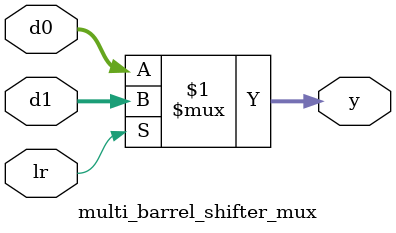
<source format=sv>
`timescale 1ns / 1ps

//This is a right_barrel shifter:
//module right_barrel_shifter(
//    input logic [7:0] a,
//    input logic [2:0] amt,
//    output logic [7:0] y
//    );
    
//    logic [7:0] s0, s1;
    
//    assign s0 = amt[0] ? {a[0], a[7:1]} : a;
    
//    assign s1 = amt[1] ? {s0[1:0], s0[7:2]} : s0;
    
//    assign y = amt[2] ? {s1[3:0], s1[7:4]} : s1;
    
//endmodule

module barrel_shifter
    #(parameter N = 3)
    (input logic [2**N-1:0] a,
     input logic [N-1:0] amt,
     input logic lr,
     output logic [2**N-1:0] y
    );
    
    logic [2**N-1:0] rightmuxfeed, leftmuxfeed;
    
    param_right_shifter #(N) rightshift(.y(rightmuxfeed), .*);
    param_left_shifter #(N) leftshift(.y(leftmuxfeed), .*);
    
    multi_barrel_shifter_mux #(N) mymux(.d0(leftmuxfeed), .d1(rightmuxfeed), .*);
    
endmodule

module param_right_shifter
    #(parameter N = 3)
    (
    input logic [2**N-1:0] a,
    input logic [N-1:0] amt,
    output logic [2**N-1:0] y
    );
    
    logic [2**N-1:0] sx [0:N-1];
    genvar i;
    
    generate
        assign sx[0] = amt[0] ? {a[0], a[2**N-1:1]} : a;
        for(i = 1; i < N; i = i + 1) begin: forloop
            assign sx[i] = amt[i] ? {sx[i-1][2**i-1:0], sx[i-1][2**N-1:2**i]} : sx[i-1];
        end
        
    endgenerate
    
    assign y = sx[N-1];
        
endmodule

module param_left_shifter
    #(parameter N = 3)
    (
    input logic [2**N-1:0] a,
    input logic [N-1:0] amt,
    output logic [2**N-1:0] y
    );
    
    logic [2**N-1:0] sn [0:N-1];
    genvar i;
    
    generate
        assign sn[0] = amt[0] ? {a[2**N-2:0], a[2**N-1]} : a;
        for(i = 1; i < N; i = i + 1) begin: forloop
            assign sn[i] = amt[i] ? {sn[i-1][2**N-1-2**i:0], sn[i-1][2**N-1:2**N-2**i]} : sn[i-1];
        end
        
    endgenerate 
    
    assign y = sn[N-1];

endmodule

module multi_barrel_shifter_mux
    #(N = 3)
    (input logic[2**N-1:0] d0, d1,
     input logic lr,
     output logic[2**N-1:0] y);
     
     assign y = lr ? d1 : d0;
     
endmodule
     

</source>
